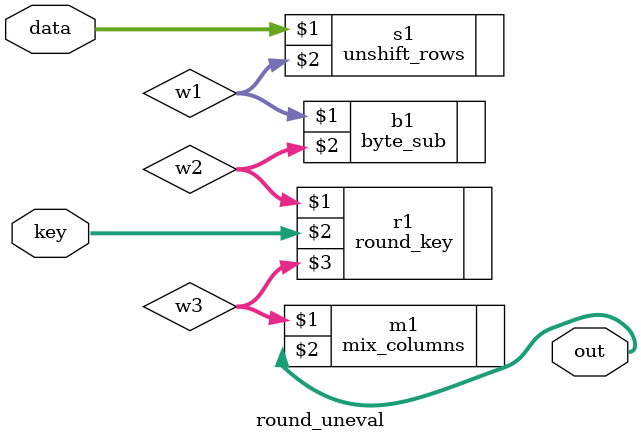
<source format=v>
`timescale 1ns / 1ps
module round_uneval(data, key, out);

	input  [127:0] data;
	input  [127:0] key;
	output [127:0] out;
	
	wire [127:0] w1;
	wire [127:0] w2;
	wire [127:0] w3;
	
	unshift_rows  s1(data, w1);
	byte_sub    b1(w1, w2);
	round_key   r1(w2, key, w3);
	mix_columns m1(w3, out);
	
//	round_key     r1(data, key, w1);
//	mix_columns   m1(w1, w2);
//	unshift_rows  s1(w2, w3);
//	byte_sub      b1(w3, out);

endmodule

</source>
